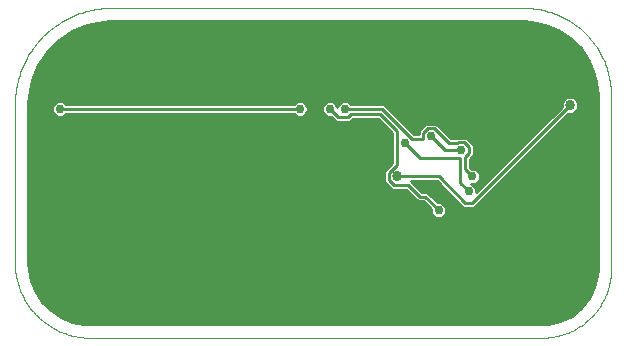
<source format=gbl>
G75*
%MOIN*%
%OFA0B0*%
%FSLAX25Y25*%
%IPPOS*%
%LPD*%
%AMOC8*
5,1,8,0,0,1.08239X$1,22.5*
%
%ADD10C,0.00000*%
%ADD11C,0.01000*%
%ADD12C,0.02978*%
%ADD13C,0.03372*%
D10*
X0026500Y0001500D02*
X0177172Y0001500D01*
X0177728Y0001507D01*
X0178285Y0001527D01*
X0178840Y0001560D01*
X0179395Y0001608D01*
X0179948Y0001668D01*
X0180499Y0001742D01*
X0181049Y0001829D01*
X0181596Y0001929D01*
X0182141Y0002043D01*
X0182683Y0002169D01*
X0183222Y0002309D01*
X0183757Y0002462D01*
X0184288Y0002627D01*
X0184816Y0002805D01*
X0185338Y0002997D01*
X0185856Y0003200D01*
X0186369Y0003416D01*
X0186876Y0003645D01*
X0187378Y0003885D01*
X0187874Y0004138D01*
X0188364Y0004402D01*
X0188847Y0004679D01*
X0189323Y0004967D01*
X0189792Y0005266D01*
X0190254Y0005577D01*
X0190708Y0005898D01*
X0191154Y0006231D01*
X0191592Y0006574D01*
X0192022Y0006928D01*
X0192443Y0007292D01*
X0192855Y0007666D01*
X0193258Y0008049D01*
X0193652Y0008443D01*
X0194035Y0008846D01*
X0194409Y0009258D01*
X0194773Y0009679D01*
X0195127Y0010109D01*
X0195470Y0010547D01*
X0195803Y0010993D01*
X0196124Y0011447D01*
X0196435Y0011909D01*
X0196734Y0012378D01*
X0197022Y0012854D01*
X0197299Y0013337D01*
X0197563Y0013827D01*
X0197816Y0014323D01*
X0198056Y0014825D01*
X0198285Y0015332D01*
X0198501Y0015845D01*
X0198704Y0016363D01*
X0198896Y0016885D01*
X0199074Y0017413D01*
X0199239Y0017944D01*
X0199392Y0018479D01*
X0199532Y0019018D01*
X0199658Y0019560D01*
X0199772Y0020105D01*
X0199872Y0020652D01*
X0199959Y0021202D01*
X0200033Y0021753D01*
X0200093Y0022306D01*
X0200141Y0022861D01*
X0200174Y0023416D01*
X0200194Y0023973D01*
X0200201Y0024529D01*
X0200201Y0082276D01*
X0200192Y0082981D01*
X0200167Y0083686D01*
X0200124Y0084390D01*
X0200065Y0085093D01*
X0199988Y0085794D01*
X0199895Y0086493D01*
X0199784Y0087189D01*
X0199657Y0087883D01*
X0199513Y0088573D01*
X0199353Y0089260D01*
X0199176Y0089943D01*
X0198982Y0090621D01*
X0198773Y0091294D01*
X0198547Y0091962D01*
X0198305Y0092625D01*
X0198046Y0093281D01*
X0197773Y0093931D01*
X0197483Y0094574D01*
X0197178Y0095210D01*
X0196858Y0095838D01*
X0196523Y0096459D01*
X0196173Y0097071D01*
X0195808Y0097675D01*
X0195429Y0098269D01*
X0195035Y0098854D01*
X0194627Y0099430D01*
X0194206Y0099995D01*
X0193771Y0100551D01*
X0193323Y0101095D01*
X0192862Y0101629D01*
X0192388Y0102151D01*
X0191901Y0102661D01*
X0191402Y0103160D01*
X0190892Y0103647D01*
X0190370Y0104121D01*
X0189836Y0104582D01*
X0189292Y0105030D01*
X0188736Y0105465D01*
X0188171Y0105886D01*
X0187595Y0106294D01*
X0187010Y0106688D01*
X0186416Y0107067D01*
X0185812Y0107432D01*
X0185200Y0107782D01*
X0184579Y0108117D01*
X0183951Y0108437D01*
X0183315Y0108742D01*
X0182672Y0109032D01*
X0182022Y0109305D01*
X0181366Y0109564D01*
X0180703Y0109806D01*
X0180035Y0110032D01*
X0179362Y0110241D01*
X0178684Y0110435D01*
X0178001Y0110612D01*
X0177314Y0110772D01*
X0176624Y0110916D01*
X0175930Y0111043D01*
X0175234Y0111154D01*
X0174535Y0111247D01*
X0173834Y0111324D01*
X0173131Y0111383D01*
X0172427Y0111426D01*
X0171722Y0111451D01*
X0171017Y0111460D01*
X0171017Y0111461D02*
X0033692Y0111461D01*
X0032914Y0111452D01*
X0032137Y0111423D01*
X0031360Y0111376D01*
X0030585Y0111311D01*
X0029812Y0111226D01*
X0029041Y0111123D01*
X0028272Y0111001D01*
X0027507Y0110861D01*
X0026745Y0110703D01*
X0025988Y0110526D01*
X0025235Y0110330D01*
X0024487Y0110117D01*
X0023744Y0109885D01*
X0023007Y0109636D01*
X0022277Y0109369D01*
X0021553Y0109084D01*
X0020836Y0108782D01*
X0020126Y0108463D01*
X0019425Y0108127D01*
X0018732Y0107774D01*
X0018047Y0107404D01*
X0017372Y0107018D01*
X0016706Y0106615D01*
X0016050Y0106197D01*
X0015405Y0105762D01*
X0014770Y0105313D01*
X0014146Y0104848D01*
X0013534Y0104368D01*
X0012933Y0103874D01*
X0012345Y0103365D01*
X0011769Y0102842D01*
X0011206Y0102306D01*
X0010655Y0101755D01*
X0010119Y0101192D01*
X0009596Y0100616D01*
X0009087Y0100028D01*
X0008593Y0099427D01*
X0008113Y0098815D01*
X0007648Y0098191D01*
X0007199Y0097556D01*
X0006764Y0096911D01*
X0006346Y0096255D01*
X0005943Y0095589D01*
X0005557Y0094914D01*
X0005187Y0094229D01*
X0004834Y0093536D01*
X0004498Y0092835D01*
X0004179Y0092125D01*
X0003877Y0091408D01*
X0003592Y0090684D01*
X0003325Y0089954D01*
X0003076Y0089217D01*
X0002844Y0088474D01*
X0002631Y0087726D01*
X0002435Y0086973D01*
X0002258Y0086216D01*
X0002100Y0085454D01*
X0001960Y0084689D01*
X0001838Y0083920D01*
X0001735Y0083149D01*
X0001650Y0082376D01*
X0001585Y0081601D01*
X0001538Y0080824D01*
X0001509Y0080047D01*
X0001500Y0079269D01*
X0001500Y0026500D01*
X0001507Y0025896D01*
X0001529Y0025292D01*
X0001566Y0024689D01*
X0001617Y0024087D01*
X0001682Y0023487D01*
X0001762Y0022888D01*
X0001857Y0022291D01*
X0001966Y0021697D01*
X0002089Y0021105D01*
X0002226Y0020517D01*
X0002378Y0019932D01*
X0002544Y0019351D01*
X0002724Y0018775D01*
X0002917Y0018202D01*
X0003125Y0017635D01*
X0003346Y0017073D01*
X0003580Y0016516D01*
X0003828Y0015965D01*
X0004089Y0015420D01*
X0004364Y0014882D01*
X0004651Y0014350D01*
X0004951Y0013826D01*
X0005263Y0013309D01*
X0005588Y0012800D01*
X0005925Y0012298D01*
X0006275Y0011805D01*
X0006636Y0011321D01*
X0007008Y0010845D01*
X0007392Y0010379D01*
X0007787Y0009922D01*
X0008193Y0009475D01*
X0008610Y0009037D01*
X0009037Y0008610D01*
X0009475Y0008193D01*
X0009922Y0007787D01*
X0010379Y0007392D01*
X0010845Y0007008D01*
X0011321Y0006636D01*
X0011805Y0006275D01*
X0012298Y0005925D01*
X0012800Y0005588D01*
X0013309Y0005263D01*
X0013826Y0004951D01*
X0014350Y0004651D01*
X0014882Y0004364D01*
X0015420Y0004089D01*
X0015965Y0003828D01*
X0016516Y0003580D01*
X0017073Y0003346D01*
X0017635Y0003125D01*
X0018202Y0002917D01*
X0018775Y0002724D01*
X0019351Y0002544D01*
X0019932Y0002378D01*
X0020517Y0002226D01*
X0021105Y0002089D01*
X0021697Y0001966D01*
X0022291Y0001857D01*
X0022888Y0001762D01*
X0023487Y0001682D01*
X0024087Y0001617D01*
X0024689Y0001566D01*
X0025292Y0001529D01*
X0025896Y0001507D01*
X0026500Y0001500D01*
D11*
X0016836Y0008421D02*
X0013495Y0010653D01*
X0010653Y0013495D01*
X0008421Y0016836D01*
X0006883Y0020549D01*
X0006099Y0024491D01*
X0006000Y0026500D01*
X0006000Y0079269D01*
X0006133Y0081983D01*
X0007192Y0087307D01*
X0009270Y0092322D01*
X0012286Y0096836D01*
X0016124Y0100675D01*
X0020638Y0103691D01*
X0025654Y0105768D01*
X0030978Y0106827D01*
X0033692Y0106961D01*
X0171017Y0106961D01*
X0173436Y0106842D01*
X0178182Y0105898D01*
X0182653Y0104046D01*
X0186676Y0101358D01*
X0190098Y0097936D01*
X0192786Y0093912D01*
X0194638Y0089442D01*
X0195582Y0084696D01*
X0195701Y0082276D01*
X0195701Y0024529D01*
X0195584Y0022454D01*
X0194661Y0018409D01*
X0192861Y0014671D01*
X0190274Y0011427D01*
X0187030Y0008840D01*
X0183292Y0007040D01*
X0179247Y0006116D01*
X0177172Y0006000D01*
X0026500Y0006000D01*
X0024491Y0006099D01*
X0020549Y0006883D01*
X0016836Y0008421D01*
X0016733Y0008490D02*
X0186302Y0008490D01*
X0187843Y0009488D02*
X0015239Y0009488D01*
X0013744Y0010487D02*
X0189095Y0010487D01*
X0190320Y0011485D02*
X0012663Y0011485D01*
X0011665Y0012484D02*
X0191117Y0012484D01*
X0191913Y0013482D02*
X0010666Y0013482D01*
X0009995Y0014481D02*
X0192709Y0014481D01*
X0193250Y0015479D02*
X0009327Y0015479D01*
X0008660Y0016478D02*
X0193731Y0016478D01*
X0194212Y0017476D02*
X0008156Y0017476D01*
X0007742Y0018475D02*
X0194676Y0018475D01*
X0194904Y0019473D02*
X0007328Y0019473D01*
X0006915Y0020472D02*
X0195132Y0020472D01*
X0195360Y0021470D02*
X0006700Y0021470D01*
X0006501Y0022469D02*
X0195585Y0022469D01*
X0195641Y0023467D02*
X0006302Y0023467D01*
X0006104Y0024466D02*
X0195697Y0024466D01*
X0195701Y0025464D02*
X0006051Y0025464D01*
X0006002Y0026463D02*
X0195701Y0026463D01*
X0195701Y0027461D02*
X0006000Y0027461D01*
X0006000Y0028460D02*
X0195701Y0028460D01*
X0195701Y0029458D02*
X0006000Y0029458D01*
X0006000Y0030457D02*
X0195701Y0030457D01*
X0195701Y0031455D02*
X0006000Y0031455D01*
X0006000Y0032454D02*
X0195701Y0032454D01*
X0195701Y0033452D02*
X0006000Y0033452D01*
X0006000Y0034451D02*
X0195701Y0034451D01*
X0195701Y0035449D02*
X0006000Y0035449D01*
X0006000Y0036448D02*
X0195701Y0036448D01*
X0195701Y0037446D02*
X0006000Y0037446D01*
X0006000Y0038445D02*
X0195701Y0038445D01*
X0195701Y0039443D02*
X0006000Y0039443D01*
X0006000Y0040442D02*
X0195701Y0040442D01*
X0195701Y0041440D02*
X0143336Y0041440D01*
X0143265Y0041411D02*
X0144217Y0041805D01*
X0144945Y0042533D01*
X0145339Y0043485D01*
X0145339Y0044515D01*
X0144945Y0045467D01*
X0144217Y0046195D01*
X0143265Y0046589D01*
X0142424Y0046589D01*
X0139789Y0049224D01*
X0138852Y0050161D01*
X0137163Y0050161D01*
X0134197Y0053127D01*
X0133674Y0053650D01*
X0142087Y0053650D01*
X0150837Y0044900D01*
X0154663Y0044900D01*
X0155600Y0045837D01*
X0185977Y0076214D01*
X0187054Y0076214D01*
X0188078Y0076638D01*
X0188862Y0077422D01*
X0189286Y0078446D01*
X0189286Y0079554D01*
X0188862Y0080578D01*
X0188078Y0081362D01*
X0187054Y0081786D01*
X0185946Y0081786D01*
X0184922Y0081362D01*
X0184138Y0080578D01*
X0183714Y0079554D01*
X0183714Y0078477D01*
X0155339Y0050102D01*
X0155339Y0050765D01*
X0154945Y0051717D01*
X0154217Y0052445D01*
X0153695Y0052661D01*
X0154515Y0052661D01*
X0155467Y0053055D01*
X0156195Y0053783D01*
X0156589Y0054735D01*
X0156589Y0055765D01*
X0156195Y0056717D01*
X0155467Y0057445D01*
X0154515Y0057839D01*
X0153674Y0057839D01*
X0153100Y0058413D01*
X0153100Y0060926D01*
X0153502Y0061328D01*
X0154439Y0062265D01*
X0154439Y0065735D01*
X0153100Y0067074D01*
X0153100Y0067163D01*
X0152163Y0068100D01*
X0152074Y0068100D01*
X0151985Y0068189D01*
X0148515Y0068189D01*
X0148426Y0068100D01*
X0146767Y0068100D01*
X0141985Y0072881D01*
X0138515Y0072881D01*
X0136998Y0071365D01*
X0136061Y0070428D01*
X0136061Y0069350D01*
X0134574Y0069350D01*
X0124574Y0079350D01*
X0113561Y0079350D01*
X0112967Y0079945D01*
X0112015Y0080339D01*
X0110985Y0080339D01*
X0110033Y0079945D01*
X0109305Y0079217D01*
X0109000Y0078480D01*
X0108695Y0079217D01*
X0107967Y0079945D01*
X0107015Y0080339D01*
X0105985Y0080339D01*
X0105033Y0079945D01*
X0104305Y0079217D01*
X0103911Y0078265D01*
X0103911Y0077235D01*
X0104305Y0076283D01*
X0105033Y0075555D01*
X0105985Y0075161D01*
X0106826Y0075161D01*
X0108426Y0073561D01*
X0113235Y0073561D01*
X0114172Y0074498D01*
X0114172Y0074498D01*
X0114224Y0074550D01*
X0122586Y0074550D01*
X0127311Y0069825D01*
X0127311Y0059764D01*
X0124614Y0057067D01*
X0124614Y0053433D01*
X0125551Y0052496D01*
X0126246Y0051801D01*
X0127183Y0050864D01*
X0131934Y0050864D01*
X0135837Y0046961D01*
X0137526Y0046961D01*
X0140161Y0044326D01*
X0140161Y0043485D01*
X0140555Y0042533D01*
X0141283Y0041805D01*
X0142235Y0041411D01*
X0143265Y0041411D01*
X0142164Y0041440D02*
X0006000Y0041440D01*
X0006000Y0042439D02*
X0140650Y0042439D01*
X0140181Y0043437D02*
X0006000Y0043437D01*
X0006000Y0044436D02*
X0140051Y0044436D01*
X0139053Y0045434D02*
X0006000Y0045434D01*
X0006000Y0046433D02*
X0138054Y0046433D01*
X0138189Y0048561D02*
X0136500Y0048561D01*
X0132597Y0052464D01*
X0127846Y0052464D01*
X0126214Y0054096D01*
X0126214Y0056404D01*
X0128911Y0059101D01*
X0128911Y0070488D01*
X0123249Y0076150D01*
X0113561Y0076150D01*
X0112572Y0075161D01*
X0109089Y0075161D01*
X0106500Y0077750D01*
X0103911Y0077387D02*
X0099089Y0077387D01*
X0099089Y0077235D02*
X0099089Y0078265D01*
X0098695Y0079217D01*
X0097967Y0079945D01*
X0097015Y0080339D01*
X0095985Y0080339D01*
X0095033Y0079945D01*
X0094439Y0079350D01*
X0018561Y0079350D01*
X0017967Y0079945D01*
X0017015Y0080339D01*
X0015985Y0080339D01*
X0015033Y0079945D01*
X0014305Y0079217D01*
X0013911Y0078265D01*
X0013911Y0077235D01*
X0014305Y0076283D01*
X0015033Y0075555D01*
X0015985Y0075161D01*
X0017015Y0075161D01*
X0017967Y0075555D01*
X0018561Y0076150D01*
X0094439Y0076150D01*
X0095033Y0075555D01*
X0095985Y0075161D01*
X0097015Y0075161D01*
X0097967Y0075555D01*
X0098695Y0076283D01*
X0099089Y0077235D01*
X0098738Y0076388D02*
X0104262Y0076388D01*
X0105433Y0075390D02*
X0097567Y0075390D01*
X0095433Y0075390D02*
X0017567Y0075390D01*
X0015433Y0075390D02*
X0006000Y0075390D01*
X0006000Y0076388D02*
X0014262Y0076388D01*
X0013911Y0077387D02*
X0006000Y0077387D01*
X0006000Y0078385D02*
X0013961Y0078385D01*
X0014473Y0079384D02*
X0006006Y0079384D01*
X0006055Y0080382D02*
X0184057Y0080382D01*
X0183714Y0079384D02*
X0113527Y0079384D01*
X0111500Y0077750D02*
X0123911Y0077750D01*
X0133911Y0067750D01*
X0137661Y0067750D01*
X0137661Y0069765D01*
X0139178Y0071281D01*
X0141322Y0071281D01*
X0146104Y0066500D01*
X0149089Y0066500D01*
X0149178Y0066589D01*
X0151322Y0066589D01*
X0151411Y0066500D01*
X0151500Y0066500D01*
X0151500Y0066411D01*
X0152839Y0065072D01*
X0152839Y0062928D01*
X0151500Y0061589D01*
X0151500Y0057750D01*
X0154000Y0055250D01*
X0155834Y0053423D02*
X0158660Y0053423D01*
X0159658Y0054421D02*
X0156459Y0054421D01*
X0156589Y0055420D02*
X0160657Y0055420D01*
X0161655Y0056418D02*
X0156318Y0056418D01*
X0155495Y0057417D02*
X0162654Y0057417D01*
X0163652Y0058415D02*
X0153100Y0058415D01*
X0153100Y0059414D02*
X0164651Y0059414D01*
X0165649Y0060412D02*
X0153100Y0060412D01*
X0153585Y0061411D02*
X0166648Y0061411D01*
X0167646Y0062409D02*
X0154439Y0062409D01*
X0154439Y0063408D02*
X0168645Y0063408D01*
X0169643Y0064406D02*
X0154439Y0064406D01*
X0154439Y0065405D02*
X0170642Y0065405D01*
X0171641Y0066403D02*
X0153771Y0066403D01*
X0152861Y0067402D02*
X0172639Y0067402D01*
X0173638Y0068400D02*
X0146466Y0068400D01*
X0145468Y0069399D02*
X0174636Y0069399D01*
X0175635Y0070397D02*
X0144469Y0070397D01*
X0143471Y0071396D02*
X0176633Y0071396D01*
X0177632Y0072394D02*
X0142472Y0072394D01*
X0138028Y0072394D02*
X0131530Y0072394D01*
X0132528Y0071396D02*
X0137029Y0071396D01*
X0136061Y0070397D02*
X0133527Y0070397D01*
X0134525Y0069399D02*
X0136061Y0069399D01*
X0140250Y0068693D02*
X0144943Y0064000D01*
X0150250Y0064000D01*
X0149900Y0061411D02*
X0136589Y0061411D01*
X0131500Y0066500D01*
X0127311Y0066403D02*
X0006000Y0066403D01*
X0006000Y0065405D02*
X0127311Y0065405D01*
X0127311Y0064406D02*
X0006000Y0064406D01*
X0006000Y0063408D02*
X0127311Y0063408D01*
X0127311Y0062409D02*
X0006000Y0062409D01*
X0006000Y0061411D02*
X0127311Y0061411D01*
X0127311Y0060412D02*
X0006000Y0060412D01*
X0006000Y0059414D02*
X0126961Y0059414D01*
X0125963Y0058415D02*
X0006000Y0058415D01*
X0006000Y0057417D02*
X0124964Y0057417D01*
X0124614Y0056418D02*
X0006000Y0056418D01*
X0006000Y0055420D02*
X0124614Y0055420D01*
X0124614Y0054421D02*
X0006000Y0054421D01*
X0006000Y0053423D02*
X0124625Y0053423D01*
X0125623Y0052424D02*
X0006000Y0052424D01*
X0006000Y0051426D02*
X0126622Y0051426D01*
X0126246Y0051801D02*
X0126246Y0051801D01*
X0129000Y0055250D02*
X0142750Y0055250D01*
X0151500Y0046500D01*
X0154000Y0046500D01*
X0186500Y0079000D01*
X0189286Y0079384D02*
X0195701Y0079384D01*
X0195701Y0080382D02*
X0188943Y0080382D01*
X0188032Y0081381D02*
X0195701Y0081381D01*
X0195696Y0082379D02*
X0006212Y0082379D01*
X0006104Y0081381D02*
X0184968Y0081381D01*
X0183623Y0078385D02*
X0125539Y0078385D01*
X0126537Y0077387D02*
X0182624Y0077387D01*
X0181626Y0076388D02*
X0127536Y0076388D01*
X0128534Y0075390D02*
X0180627Y0075390D01*
X0179629Y0074391D02*
X0129533Y0074391D01*
X0130531Y0073393D02*
X0178630Y0073393D01*
X0181159Y0071396D02*
X0195701Y0071396D01*
X0195701Y0072394D02*
X0182157Y0072394D01*
X0183156Y0073393D02*
X0195701Y0073393D01*
X0195701Y0074391D02*
X0184154Y0074391D01*
X0185153Y0075390D02*
X0195701Y0075390D01*
X0195701Y0076388D02*
X0187475Y0076388D01*
X0188827Y0077387D02*
X0195701Y0077387D01*
X0195701Y0078385D02*
X0189261Y0078385D01*
X0195647Y0083378D02*
X0006411Y0083378D01*
X0006609Y0084376D02*
X0195598Y0084376D01*
X0195447Y0085375D02*
X0006808Y0085375D01*
X0007007Y0086373D02*
X0195248Y0086373D01*
X0195050Y0087372D02*
X0007219Y0087372D01*
X0007633Y0088370D02*
X0194851Y0088370D01*
X0194652Y0089369D02*
X0008046Y0089369D01*
X0008460Y0090368D02*
X0194254Y0090368D01*
X0193841Y0091366D02*
X0008874Y0091366D01*
X0009298Y0092365D02*
X0193427Y0092365D01*
X0193014Y0093363D02*
X0009965Y0093363D01*
X0010632Y0094362D02*
X0192486Y0094362D01*
X0191819Y0095360D02*
X0011299Y0095360D01*
X0011967Y0096359D02*
X0191152Y0096359D01*
X0190484Y0097357D02*
X0012807Y0097357D01*
X0013805Y0098356D02*
X0189678Y0098356D01*
X0188679Y0099354D02*
X0014804Y0099354D01*
X0015802Y0100353D02*
X0187681Y0100353D01*
X0186682Y0101351D02*
X0017137Y0101351D01*
X0018631Y0102350D02*
X0185191Y0102350D01*
X0183697Y0103348D02*
X0020125Y0103348D01*
X0022222Y0104347D02*
X0181927Y0104347D01*
X0179516Y0105345D02*
X0024632Y0105345D01*
X0028547Y0106344D02*
X0175940Y0106344D01*
X0122745Y0074391D02*
X0114065Y0074391D01*
X0107596Y0074391D02*
X0006000Y0074391D01*
X0006000Y0073393D02*
X0123743Y0073393D01*
X0124742Y0072394D02*
X0006000Y0072394D01*
X0006000Y0071396D02*
X0125740Y0071396D01*
X0126739Y0070397D02*
X0006000Y0070397D01*
X0006000Y0069399D02*
X0127311Y0069399D01*
X0127311Y0068400D02*
X0006000Y0068400D01*
X0006000Y0067402D02*
X0127311Y0067402D01*
X0109473Y0079384D02*
X0108527Y0079384D01*
X0104473Y0079384D02*
X0098527Y0079384D01*
X0099039Y0078385D02*
X0103961Y0078385D01*
X0096500Y0077750D02*
X0016500Y0077750D01*
X0018527Y0079384D02*
X0094473Y0079384D01*
X0133901Y0053423D02*
X0142315Y0053423D01*
X0143313Y0052424D02*
X0134900Y0052424D01*
X0135898Y0051426D02*
X0144312Y0051426D01*
X0145310Y0050427D02*
X0136897Y0050427D01*
X0133370Y0049429D02*
X0006000Y0049429D01*
X0006000Y0050427D02*
X0132371Y0050427D01*
X0134368Y0048430D02*
X0006000Y0048430D01*
X0006000Y0047432D02*
X0135367Y0047432D01*
X0138189Y0048561D02*
X0142750Y0044000D01*
X0144850Y0042439D02*
X0195701Y0042439D01*
X0195701Y0043437D02*
X0145319Y0043437D01*
X0145339Y0044436D02*
X0195701Y0044436D01*
X0195701Y0045434D02*
X0155197Y0045434D01*
X0156196Y0046433D02*
X0195701Y0046433D01*
X0195701Y0047432D02*
X0157194Y0047432D01*
X0158193Y0048430D02*
X0195701Y0048430D01*
X0195701Y0049429D02*
X0159191Y0049429D01*
X0160190Y0050427D02*
X0195701Y0050427D01*
X0195701Y0051426D02*
X0161188Y0051426D01*
X0162187Y0052424D02*
X0195701Y0052424D01*
X0195701Y0053423D02*
X0163185Y0053423D01*
X0164184Y0054421D02*
X0195701Y0054421D01*
X0195701Y0055420D02*
X0165182Y0055420D01*
X0166181Y0056418D02*
X0195701Y0056418D01*
X0195701Y0057417D02*
X0167179Y0057417D01*
X0168178Y0058415D02*
X0195701Y0058415D01*
X0195701Y0059414D02*
X0169176Y0059414D01*
X0170175Y0060412D02*
X0195701Y0060412D01*
X0195701Y0061411D02*
X0171173Y0061411D01*
X0172172Y0062409D02*
X0195701Y0062409D01*
X0195701Y0063408D02*
X0173170Y0063408D01*
X0174169Y0064406D02*
X0195701Y0064406D01*
X0195701Y0065405D02*
X0175167Y0065405D01*
X0176166Y0066403D02*
X0195701Y0066403D01*
X0195701Y0067402D02*
X0177164Y0067402D01*
X0178163Y0068400D02*
X0195701Y0068400D01*
X0195701Y0069399D02*
X0179162Y0069399D01*
X0180160Y0070397D02*
X0195701Y0070397D01*
X0157661Y0052424D02*
X0154237Y0052424D01*
X0155065Y0051426D02*
X0156663Y0051426D01*
X0155664Y0050427D02*
X0155339Y0050427D01*
X0152750Y0050250D02*
X0149900Y0053100D01*
X0149900Y0061411D01*
X0146309Y0049429D02*
X0139584Y0049429D01*
X0140583Y0048430D02*
X0147307Y0048430D01*
X0148306Y0047432D02*
X0141581Y0047432D01*
X0143641Y0046433D02*
X0149304Y0046433D01*
X0150303Y0045434D02*
X0144958Y0045434D01*
X0184229Y0007491D02*
X0019080Y0007491D01*
X0022511Y0006493D02*
X0180894Y0006493D01*
D12*
X0151500Y0041500D03*
X0142750Y0044000D03*
X0152750Y0050250D03*
X0154000Y0055250D03*
X0150250Y0064000D03*
X0140250Y0068693D03*
X0131500Y0066500D03*
X0111500Y0077750D03*
X0106500Y0077750D03*
X0096500Y0077750D03*
X0016500Y0077750D03*
D13*
X0085250Y0041500D03*
X0129000Y0055250D03*
X0152750Y0074000D03*
X0186500Y0079000D03*
X0187750Y0035250D03*
M02*

</source>
